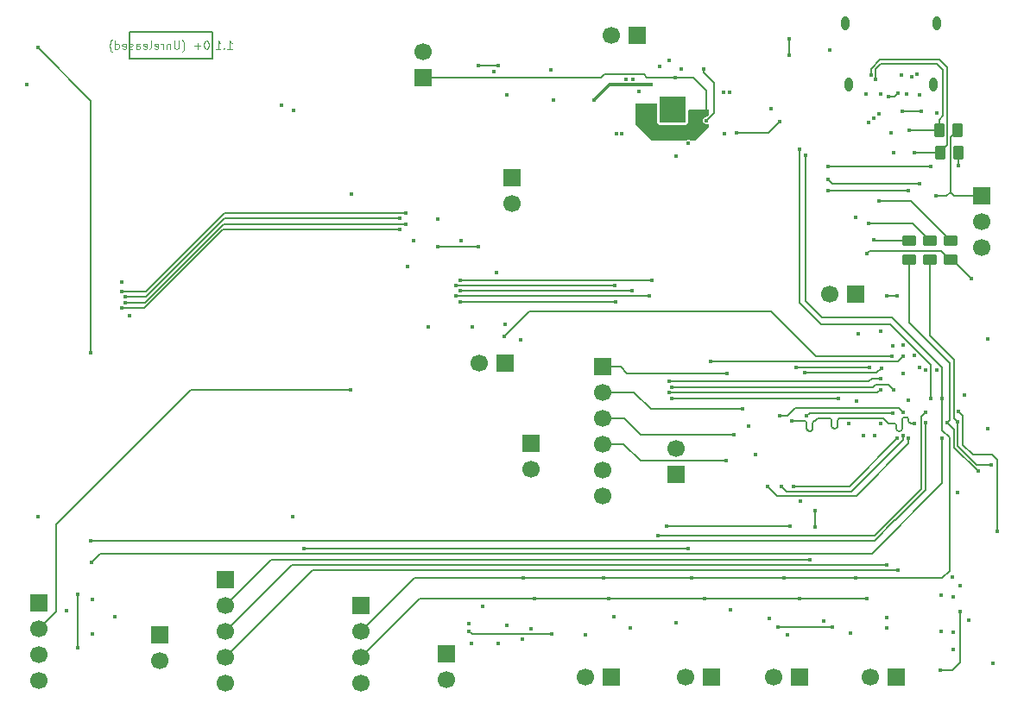
<source format=gbr>
%TF.GenerationSoftware,KiCad,Pcbnew,9.0.1+1*%
%TF.CreationDate,2025-10-16T10:45:27+00:00*%
%TF.ProjectId,ZSWatch-Watch-DevKit,5a535761-7463-4682-9d57-617463682d44,1.1.0+ (Unreleased)*%
%TF.SameCoordinates,Original*%
%TF.FileFunction,Copper,L4,Bot*%
%TF.FilePolarity,Positive*%
%FSLAX46Y46*%
G04 Gerber Fmt 4.6, Leading zero omitted, Abs format (unit mm)*
G04 Created by KiCad (PCBNEW 9.0.1+1) date 2025-10-16 10:45:27*
%MOMM*%
%LPD*%
G01*
G04 APERTURE LIST*
G04 Aperture macros list*
%AMRoundRect*
0 Rectangle with rounded corners*
0 $1 Rounding radius*
0 $2 $3 $4 $5 $6 $7 $8 $9 X,Y pos of 4 corners*
0 Add a 4 corners polygon primitive as box body*
4,1,4,$2,$3,$4,$5,$6,$7,$8,$9,$2,$3,0*
0 Add four circle primitives for the rounded corners*
1,1,$1+$1,$2,$3*
1,1,$1+$1,$4,$5*
1,1,$1+$1,$6,$7*
1,1,$1+$1,$8,$9*
0 Add four rect primitives between the rounded corners*
20,1,$1+$1,$2,$3,$4,$5,0*
20,1,$1+$1,$4,$5,$6,$7,0*
20,1,$1+$1,$6,$7,$8,$9,0*
20,1,$1+$1,$8,$9,$2,$3,0*%
G04 Aperture macros list end*
%TA.AperFunction,NonConductor*%
%ADD10C,0.200000*%
%TD*%
%ADD11C,0.120000*%
%TA.AperFunction,NonConductor*%
%ADD12C,0.120000*%
%TD*%
%TA.AperFunction,ComponentPad*%
%ADD13R,1.700000X1.700000*%
%TD*%
%TA.AperFunction,ComponentPad*%
%ADD14C,1.700000*%
%TD*%
%TA.AperFunction,ComponentPad*%
%ADD15C,0.500000*%
%TD*%
%TA.AperFunction,SMDPad,CuDef*%
%ADD16R,2.500000X2.500000*%
%TD*%
%TA.AperFunction,HeatsinkPad*%
%ADD17O,0.800000X1.400000*%
%TD*%
%TA.AperFunction,SMDPad,CuDef*%
%ADD18RoundRect,0.250000X0.450000X-0.262500X0.450000X0.262500X-0.450000X0.262500X-0.450000X-0.262500X0*%
%TD*%
%TA.AperFunction,SMDPad,CuDef*%
%ADD19RoundRect,0.250000X0.262500X0.450000X-0.262500X0.450000X-0.262500X-0.450000X0.262500X-0.450000X0*%
%TD*%
%TA.AperFunction,ViaPad*%
%ADD20C,0.450000*%
%TD*%
%TA.AperFunction,Conductor*%
%ADD21C,0.200000*%
%TD*%
%TA.AperFunction,Conductor*%
%ADD22C,0.170000*%
%TD*%
%TA.AperFunction,Conductor*%
%ADD23C,0.127000*%
%TD*%
%TA.AperFunction,Conductor*%
%ADD24C,0.300000*%
%TD*%
G04 APERTURE END LIST*
D10*
X172100000Y-116200000D02*
X180200000Y-116200000D01*
X180200000Y-118800000D01*
X172100000Y-118800000D01*
X172100000Y-116200000D01*
D11*
D12*
X181711904Y-117863855D02*
X182169047Y-117863855D01*
X181940475Y-117863855D02*
X181940475Y-117063855D01*
X181940475Y-117063855D02*
X182016666Y-117178140D01*
X182016666Y-117178140D02*
X182092856Y-117254331D01*
X182092856Y-117254331D02*
X182169047Y-117292426D01*
X181369046Y-117787664D02*
X181330951Y-117825760D01*
X181330951Y-117825760D02*
X181369046Y-117863855D01*
X181369046Y-117863855D02*
X181407142Y-117825760D01*
X181407142Y-117825760D02*
X181369046Y-117787664D01*
X181369046Y-117787664D02*
X181369046Y-117863855D01*
X180569047Y-117863855D02*
X181026190Y-117863855D01*
X180797618Y-117863855D02*
X180797618Y-117063855D01*
X180797618Y-117063855D02*
X180873809Y-117178140D01*
X180873809Y-117178140D02*
X180949999Y-117254331D01*
X180949999Y-117254331D02*
X181026190Y-117292426D01*
X180226189Y-117787664D02*
X180188094Y-117825760D01*
X180188094Y-117825760D02*
X180226189Y-117863855D01*
X180226189Y-117863855D02*
X180264285Y-117825760D01*
X180264285Y-117825760D02*
X180226189Y-117787664D01*
X180226189Y-117787664D02*
X180226189Y-117863855D01*
X179692856Y-117063855D02*
X179616666Y-117063855D01*
X179616666Y-117063855D02*
X179540475Y-117101950D01*
X179540475Y-117101950D02*
X179502380Y-117140045D01*
X179502380Y-117140045D02*
X179464285Y-117216236D01*
X179464285Y-117216236D02*
X179426190Y-117368617D01*
X179426190Y-117368617D02*
X179426190Y-117559093D01*
X179426190Y-117559093D02*
X179464285Y-117711474D01*
X179464285Y-117711474D02*
X179502380Y-117787664D01*
X179502380Y-117787664D02*
X179540475Y-117825760D01*
X179540475Y-117825760D02*
X179616666Y-117863855D01*
X179616666Y-117863855D02*
X179692856Y-117863855D01*
X179692856Y-117863855D02*
X179769047Y-117825760D01*
X179769047Y-117825760D02*
X179807142Y-117787664D01*
X179807142Y-117787664D02*
X179845237Y-117711474D01*
X179845237Y-117711474D02*
X179883333Y-117559093D01*
X179883333Y-117559093D02*
X179883333Y-117368617D01*
X179883333Y-117368617D02*
X179845237Y-117216236D01*
X179845237Y-117216236D02*
X179807142Y-117140045D01*
X179807142Y-117140045D02*
X179769047Y-117101950D01*
X179769047Y-117101950D02*
X179692856Y-117063855D01*
X179083332Y-117559093D02*
X178473809Y-117559093D01*
X178778570Y-117863855D02*
X178778570Y-117254331D01*
X177254761Y-118168617D02*
X177292856Y-118130521D01*
X177292856Y-118130521D02*
X177369047Y-118016236D01*
X177369047Y-118016236D02*
X177407142Y-117940045D01*
X177407142Y-117940045D02*
X177445237Y-117825760D01*
X177445237Y-117825760D02*
X177483332Y-117635283D01*
X177483332Y-117635283D02*
X177483332Y-117482902D01*
X177483332Y-117482902D02*
X177445237Y-117292426D01*
X177445237Y-117292426D02*
X177407142Y-117178140D01*
X177407142Y-117178140D02*
X177369047Y-117101950D01*
X177369047Y-117101950D02*
X177292856Y-116987664D01*
X177292856Y-116987664D02*
X177254761Y-116949569D01*
X176949999Y-117063855D02*
X176949999Y-117711474D01*
X176949999Y-117711474D02*
X176911904Y-117787664D01*
X176911904Y-117787664D02*
X176873809Y-117825760D01*
X176873809Y-117825760D02*
X176797618Y-117863855D01*
X176797618Y-117863855D02*
X176645237Y-117863855D01*
X176645237Y-117863855D02*
X176569047Y-117825760D01*
X176569047Y-117825760D02*
X176530952Y-117787664D01*
X176530952Y-117787664D02*
X176492856Y-117711474D01*
X176492856Y-117711474D02*
X176492856Y-117063855D01*
X176111904Y-117330521D02*
X176111904Y-117863855D01*
X176111904Y-117406712D02*
X176073809Y-117368617D01*
X176073809Y-117368617D02*
X175997619Y-117330521D01*
X175997619Y-117330521D02*
X175883333Y-117330521D01*
X175883333Y-117330521D02*
X175807142Y-117368617D01*
X175807142Y-117368617D02*
X175769047Y-117444807D01*
X175769047Y-117444807D02*
X175769047Y-117863855D01*
X175388094Y-117863855D02*
X175388094Y-117330521D01*
X175388094Y-117482902D02*
X175349999Y-117406712D01*
X175349999Y-117406712D02*
X175311904Y-117368617D01*
X175311904Y-117368617D02*
X175235713Y-117330521D01*
X175235713Y-117330521D02*
X175159523Y-117330521D01*
X174588094Y-117825760D02*
X174664285Y-117863855D01*
X174664285Y-117863855D02*
X174816666Y-117863855D01*
X174816666Y-117863855D02*
X174892856Y-117825760D01*
X174892856Y-117825760D02*
X174930952Y-117749569D01*
X174930952Y-117749569D02*
X174930952Y-117444807D01*
X174930952Y-117444807D02*
X174892856Y-117368617D01*
X174892856Y-117368617D02*
X174816666Y-117330521D01*
X174816666Y-117330521D02*
X174664285Y-117330521D01*
X174664285Y-117330521D02*
X174588094Y-117368617D01*
X174588094Y-117368617D02*
X174549999Y-117444807D01*
X174549999Y-117444807D02*
X174549999Y-117520998D01*
X174549999Y-117520998D02*
X174930952Y-117597188D01*
X174092857Y-117863855D02*
X174169047Y-117825760D01*
X174169047Y-117825760D02*
X174207142Y-117749569D01*
X174207142Y-117749569D02*
X174207142Y-117063855D01*
X173483332Y-117825760D02*
X173559523Y-117863855D01*
X173559523Y-117863855D02*
X173711904Y-117863855D01*
X173711904Y-117863855D02*
X173788094Y-117825760D01*
X173788094Y-117825760D02*
X173826190Y-117749569D01*
X173826190Y-117749569D02*
X173826190Y-117444807D01*
X173826190Y-117444807D02*
X173788094Y-117368617D01*
X173788094Y-117368617D02*
X173711904Y-117330521D01*
X173711904Y-117330521D02*
X173559523Y-117330521D01*
X173559523Y-117330521D02*
X173483332Y-117368617D01*
X173483332Y-117368617D02*
X173445237Y-117444807D01*
X173445237Y-117444807D02*
X173445237Y-117520998D01*
X173445237Y-117520998D02*
X173826190Y-117597188D01*
X172759523Y-117863855D02*
X172759523Y-117444807D01*
X172759523Y-117444807D02*
X172797618Y-117368617D01*
X172797618Y-117368617D02*
X172873809Y-117330521D01*
X172873809Y-117330521D02*
X173026190Y-117330521D01*
X173026190Y-117330521D02*
X173102380Y-117368617D01*
X172759523Y-117825760D02*
X172835714Y-117863855D01*
X172835714Y-117863855D02*
X173026190Y-117863855D01*
X173026190Y-117863855D02*
X173102380Y-117825760D01*
X173102380Y-117825760D02*
X173140476Y-117749569D01*
X173140476Y-117749569D02*
X173140476Y-117673379D01*
X173140476Y-117673379D02*
X173102380Y-117597188D01*
X173102380Y-117597188D02*
X173026190Y-117559093D01*
X173026190Y-117559093D02*
X172835714Y-117559093D01*
X172835714Y-117559093D02*
X172759523Y-117520998D01*
X172416666Y-117825760D02*
X172340475Y-117863855D01*
X172340475Y-117863855D02*
X172188094Y-117863855D01*
X172188094Y-117863855D02*
X172111904Y-117825760D01*
X172111904Y-117825760D02*
X172073808Y-117749569D01*
X172073808Y-117749569D02*
X172073808Y-117711474D01*
X172073808Y-117711474D02*
X172111904Y-117635283D01*
X172111904Y-117635283D02*
X172188094Y-117597188D01*
X172188094Y-117597188D02*
X172302380Y-117597188D01*
X172302380Y-117597188D02*
X172378570Y-117559093D01*
X172378570Y-117559093D02*
X172416666Y-117482902D01*
X172416666Y-117482902D02*
X172416666Y-117444807D01*
X172416666Y-117444807D02*
X172378570Y-117368617D01*
X172378570Y-117368617D02*
X172302380Y-117330521D01*
X172302380Y-117330521D02*
X172188094Y-117330521D01*
X172188094Y-117330521D02*
X172111904Y-117368617D01*
X171426189Y-117825760D02*
X171502380Y-117863855D01*
X171502380Y-117863855D02*
X171654761Y-117863855D01*
X171654761Y-117863855D02*
X171730951Y-117825760D01*
X171730951Y-117825760D02*
X171769047Y-117749569D01*
X171769047Y-117749569D02*
X171769047Y-117444807D01*
X171769047Y-117444807D02*
X171730951Y-117368617D01*
X171730951Y-117368617D02*
X171654761Y-117330521D01*
X171654761Y-117330521D02*
X171502380Y-117330521D01*
X171502380Y-117330521D02*
X171426189Y-117368617D01*
X171426189Y-117368617D02*
X171388094Y-117444807D01*
X171388094Y-117444807D02*
X171388094Y-117520998D01*
X171388094Y-117520998D02*
X171769047Y-117597188D01*
X170702380Y-117863855D02*
X170702380Y-117063855D01*
X170702380Y-117825760D02*
X170778571Y-117863855D01*
X170778571Y-117863855D02*
X170930952Y-117863855D01*
X170930952Y-117863855D02*
X171007142Y-117825760D01*
X171007142Y-117825760D02*
X171045237Y-117787664D01*
X171045237Y-117787664D02*
X171083333Y-117711474D01*
X171083333Y-117711474D02*
X171083333Y-117482902D01*
X171083333Y-117482902D02*
X171045237Y-117406712D01*
X171045237Y-117406712D02*
X171007142Y-117368617D01*
X171007142Y-117368617D02*
X170930952Y-117330521D01*
X170930952Y-117330521D02*
X170778571Y-117330521D01*
X170778571Y-117330521D02*
X170702380Y-117368617D01*
X170397618Y-118168617D02*
X170359523Y-118130521D01*
X170359523Y-118130521D02*
X170283332Y-118016236D01*
X170283332Y-118016236D02*
X170245237Y-117940045D01*
X170245237Y-117940045D02*
X170207142Y-117825760D01*
X170207142Y-117825760D02*
X170169046Y-117635283D01*
X170169046Y-117635283D02*
X170169046Y-117482902D01*
X170169046Y-117482902D02*
X170207142Y-117292426D01*
X170207142Y-117292426D02*
X170245237Y-117178140D01*
X170245237Y-117178140D02*
X170283332Y-117101950D01*
X170283332Y-117101950D02*
X170359523Y-116987664D01*
X170359523Y-116987664D02*
X170397618Y-116949569D01*
D13*
%TO.P,X508,1,Pin_1*%
%TO.N,/Project Architecture/Power Management/VSYS*%
X200900000Y-120700000D03*
D14*
%TO.P,X508,2,Pin_2*%
%TO.N,Net-(IC505-VDD)*%
X200900000Y-118160000D03*
%TD*%
D15*
%TO.P,IC401,33,GND*%
%TO.N,GND*%
X224387790Y-122830400D03*
X224387790Y-123830400D03*
X224387790Y-124830400D03*
X225387790Y-122830400D03*
X225387790Y-123830400D03*
D16*
X225387790Y-123830400D03*
D15*
X225387790Y-124830400D03*
X226387790Y-122830400D03*
X226387790Y-123830400D03*
X226387790Y-124830400D03*
%TD*%
D13*
%TO.P,X503,1,Pin_1*%
%TO.N,/Project Architecture/Peripherals/VMIC*%
X175100000Y-175400000D03*
D14*
%TO.P,X503,2,Pin_2*%
%TO.N,Net-(MK501-VDD)*%
X175100000Y-177940000D03*
%TD*%
D13*
%TO.P,X610,1,Pin_1*%
%TO.N,+3V0*%
X211500000Y-156600000D03*
D14*
%TO.P,X610,2,Pin_2*%
%TO.N,Net-(X608-LEDA1)*%
X211500000Y-159140000D03*
%TD*%
D13*
%TO.P,X403,1,Pin_1*%
%TO.N,+1V8*%
X163200000Y-172220000D03*
D14*
%TO.P,X403,2,Pin_2*%
%TO.N,+3V0*%
X163200000Y-174760000D03*
%TO.P,X403,3,Pin_3*%
%TO.N,/Project Architecture/Power Management/VSYS*%
X163200000Y-177300000D03*
%TO.P,X403,4,Pin_4*%
%TO.N,GND*%
X163200000Y-179840000D03*
%TD*%
D13*
%TO.P,X504,1,Pin_1*%
%TO.N,+1V8*%
X194800000Y-172490000D03*
D14*
%TO.P,X504,2,Pin_2*%
%TO.N,/Project Architecture/MCU/SDA*%
X194800000Y-175030000D03*
%TO.P,X504,3,Pin_3*%
%TO.N,/Project Architecture/MCU/SCL*%
X194800000Y-177570000D03*
%TO.P,X504,4,Pin_4*%
%TO.N,GND*%
X194800000Y-180110000D03*
%TD*%
D13*
%TO.P,X606,1,Pin_1*%
%TO.N,+1V8*%
X225700000Y-159640000D03*
D14*
%TO.P,X606,2,Pin_2*%
%TO.N,Net-(IC603-VCC)*%
X225700000Y-157100000D03*
%TD*%
D13*
%TO.P,X401,1,Pin_1*%
%TO.N,/Project Architecture/Peripherals/VBAT*%
X221865000Y-116500000D03*
D14*
%TO.P,X401,2,Pin_2*%
%TO.N,GND*%
X219325000Y-116500000D03*
%TD*%
D13*
%TO.P,X501,1,Pin_1*%
%TO.N,+1V8*%
X229200000Y-179500000D03*
D14*
%TO.P,X501,2,Pin_2*%
%TO.N,Net-(IC501-VDD)*%
X226660000Y-179500000D03*
%TD*%
D13*
%TO.P,X502,1,Pin_1*%
%TO.N,+1V8*%
X181500000Y-169980000D03*
D14*
%TO.P,X502,2,Pin_2*%
%TO.N,/Project Architecture/MCU/MCLK*%
X181500000Y-172520000D03*
%TO.P,X502,3,Pin_3*%
%TO.N,/Project Architecture/MCU/WS*%
X181500000Y-175060000D03*
%TO.P,X502,4,Pin_4*%
%TO.N,/Project Architecture/MCU/Data*%
X181500000Y-177600000D03*
%TO.P,X502,5,Pin_5*%
%TO.N,GND*%
X181500000Y-180140000D03*
%TD*%
D13*
%TO.P,X506,1,Pin_1*%
%TO.N,+1V8*%
X237840000Y-179500000D03*
D14*
%TO.P,X506,2,Pin_2*%
%TO.N,Net-(IC503-VDD)*%
X235300000Y-179500000D03*
%TD*%
D13*
%TO.P,X607,1,Pin_1*%
%TO.N,+1V8*%
X209600000Y-130525000D03*
D14*
%TO.P,X607,2,Pin_2*%
%TO.N,Net-(X607-Pin_2)*%
X209600000Y-133065000D03*
%TD*%
D13*
%TO.P,X505,1,Pin_1*%
%TO.N,+1V8*%
X219340000Y-179500000D03*
D14*
%TO.P,X505,2,Pin_2*%
%TO.N,Net-(IC502-VDD)*%
X216800000Y-179500000D03*
%TD*%
D13*
%TO.P,X604,1,Pin_1*%
%TO.N,TxD*%
X255700000Y-132270000D03*
D14*
%TO.P,X604,2,Pin_2*%
%TO.N,RxD*%
X255700000Y-134810000D03*
%TO.P,X604,3,Pin_3*%
%TO.N,GND*%
X255700000Y-137350000D03*
%TD*%
D13*
%TO.P,X507,1,Pin_1*%
%TO.N,+1V8*%
X247300000Y-179500000D03*
D14*
%TO.P,X507,2,Pin_2*%
%TO.N,Net-(IC504-VDD)*%
X244760000Y-179500000D03*
%TD*%
D17*
%TO.P,X603,S1,SHIELD*%
%TO.N,GND*%
X251290000Y-115360000D03*
X250930000Y-121310000D03*
X242670000Y-121310000D03*
X242310000Y-115360000D03*
%TD*%
D13*
%TO.P,X609,1,Pin_1*%
%TO.N,+3V0*%
X208975000Y-148700000D03*
D14*
%TO.P,X609,2,Pin_2*%
%TO.N,Net-(X608-CTP-VDD)*%
X206435000Y-148700000D03*
%TD*%
D13*
%TO.P,X510,1,Pin_1*%
%TO.N,/Project Architecture/Peripherals/VBAT*%
X203200000Y-177260000D03*
D14*
%TO.P,X510,2,Pin_2*%
%TO.N,Net-(IC507-V_{DD})*%
X203200000Y-179800000D03*
%TD*%
D13*
%TO.P,X605,1,Pin_1*%
%TO.N,Net-(M601B-P0.22)*%
X218500000Y-149050000D03*
D14*
%TO.P,X605,2,Pin_2*%
%TO.N,Net-(M601B-P0.05{slash}AIN1)*%
X218500000Y-151590000D03*
%TO.P,X605,3,Pin_3*%
%TO.N,Net-(M601B-P0.04{slash}AIN0)*%
X218500000Y-154130000D03*
%TO.P,X605,4,Pin_4*%
%TO.N,Net-(M601C-P1.14)*%
X218500000Y-156670000D03*
%TO.P,X605,5,Pin_5*%
%TO.N,GND*%
X218500000Y-159210000D03*
%TO.P,X605,6,Pin_6*%
%TO.N,+1V8*%
X218500000Y-161750000D03*
%TD*%
D13*
%TO.P,X602,1,Pin_1*%
%TO.N,+1V8*%
X243300000Y-141900000D03*
D14*
%TO.P,X602,2,Pin_2*%
%TO.N,Net-(M601A-VDDH)*%
X240760000Y-141900000D03*
%TD*%
D18*
%TO.P,R607,1*%
%TO.N,SWDIO*%
X248600000Y-138512500D03*
%TO.P,R607,2*%
%TO.N,Net-(X603-RX1-)*%
X248600000Y-136687500D03*
%TD*%
%TO.P,R611,1*%
%TO.N,RESETn*%
X252600000Y-138512500D03*
%TO.P,R611,2*%
%TO.N,Net-(X603-SBU1)*%
X252600000Y-136687500D03*
%TD*%
%TO.P,R608,1*%
%TO.N,SWDCLK*%
X250600000Y-138512500D03*
%TO.P,R608,2*%
%TO.N,Net-(X603-RX1+)*%
X250600000Y-136687500D03*
%TD*%
D19*
%TO.P,R609,1*%
%TO.N,RxD*%
X253412500Y-128000000D03*
%TO.P,R609,2*%
%TO.N,Net-(X603-TX1+)*%
X251587500Y-128000000D03*
%TD*%
%TO.P,R610,1*%
%TO.N,TxD*%
X253312500Y-125800000D03*
%TO.P,R610,2*%
%TO.N,Net-(X603-TX1-)*%
X251487500Y-125800000D03*
%TD*%
D20*
%TO.N,GND*%
X224100000Y-119600000D03*
X202295000Y-134600000D03*
X219600000Y-173600000D03*
X225700000Y-128380000D03*
X168485000Y-175300000D03*
X165900000Y-173020000D03*
X252900000Y-171625000D03*
X168485000Y-171900000D03*
X230390620Y-122145000D03*
X170700000Y-173575000D03*
X251248404Y-124151596D03*
X232800000Y-154880000D03*
X205600000Y-176220000D03*
X242800000Y-175200000D03*
X163100000Y-163750000D03*
X236620000Y-175400000D03*
X171347500Y-140700000D03*
X252900000Y-176775000D03*
X211467520Y-174774531D03*
X243575000Y-145825000D03*
X240200000Y-173975000D03*
X248000000Y-149700000D03*
X222063600Y-122063400D03*
X244100000Y-155800000D03*
X220387200Y-126138400D03*
X254000003Y-151800000D03*
X249550000Y-122400000D03*
X243275000Y-134400000D03*
X251700000Y-171500000D03*
X246400000Y-173700000D03*
X246800000Y-126100000D03*
X207800000Y-120120000D03*
X172147500Y-144000000D03*
X210500000Y-146400000D03*
X220793600Y-120819400D03*
X231000000Y-172900000D03*
X230990620Y-122145000D03*
X162025000Y-121325000D03*
X253300000Y-161390000D03*
X244300000Y-122300000D03*
X230479410Y-126138400D03*
X209100000Y-122350000D03*
X188100000Y-163750000D03*
X205700000Y-145137500D03*
X240800000Y-118000000D03*
X221180000Y-174680000D03*
X234845000Y-173755000D03*
X226200000Y-119800000D03*
X246400000Y-174700000D03*
X219879410Y-126138400D03*
X199987500Y-136700000D03*
X221428600Y-120819400D03*
X204587500Y-136700000D03*
X208980000Y-144900000D03*
X256300000Y-146350003D03*
X216832500Y-175332500D03*
X256300000Y-155150003D03*
X205355000Y-174265000D03*
X201400000Y-145137500D03*
X252900000Y-175125000D03*
X256800000Y-178200000D03*
X237900000Y-162250000D03*
X225700000Y-174200000D03*
X233500000Y-157650000D03*
X251690000Y-175000000D03*
X187025000Y-123400000D03*
%TO.N,/Project Architecture/Peripherals/VBAT*%
X209100000Y-174400000D03*
X228400000Y-119800000D03*
X210600000Y-175800000D03*
X208300000Y-176200000D03*
X206700000Y-172600000D03*
X228677316Y-124869129D03*
%TO.N,DISPLAY-BLK*%
X208812500Y-146087500D03*
X246881356Y-148023305D03*
%TO.N,QSPI-CS*%
X248500002Y-156100000D03*
X234700000Y-160800000D03*
%TO.N,QSPI-IO1*%
X247974002Y-155800000D03*
X236000000Y-160800000D03*
%TO.N,QSPI-IO2*%
X247400000Y-156100000D03*
X237200000Y-160800000D03*
%TO.N,QSPI-IO0*%
X238500000Y-153900000D03*
X246913051Y-153593475D03*
%TO.N,QSPI-CLK*%
X249044952Y-154600003D03*
X237081000Y-154351000D03*
%TO.N,QSPI-IO3*%
X247944949Y-153499999D03*
X235860000Y-153900000D03*
%TO.N,TOUCH-INT*%
X225000000Y-151600000D03*
X245750000Y-151294951D03*
%TO.N,TOUCH-SCL*%
X225300000Y-151100000D03*
X247000000Y-151325003D03*
%TO.N,TOUCH-SDA*%
X245744949Y-150200001D03*
X225000000Y-150500000D03*
%TO.N,TOUCH-RST*%
X229100000Y-148500000D03*
X247944951Y-148000000D03*
%TO.N,DISPLAY-EN*%
X202295000Y-137300000D03*
X241600000Y-152200000D03*
X225300000Y-152200000D03*
X206300000Y-137300000D03*
%TO.N,RESETn*%
X244400000Y-137950000D03*
X253418644Y-153476695D03*
X254700000Y-140400000D03*
X257200000Y-165200000D03*
%TO.N,DISPLAY-CS*%
X204100000Y-141100000D03*
X219700000Y-141100000D03*
X243400000Y-152400000D03*
%TO.N,DISPLAY-CLK*%
X221400000Y-141600000D03*
X245200000Y-155800000D03*
X204500000Y-141600000D03*
%TO.N,+3V0*%
X224800000Y-164700000D03*
X208100000Y-139800000D03*
X236900000Y-164700000D03*
X199362500Y-139200000D03*
X254400000Y-173900000D03*
X213400000Y-119900000D03*
X193800000Y-151300000D03*
X213700000Y-122900000D03*
%TO.N,/Project Architecture/Power Management/VSYS*%
X228679410Y-124076400D03*
X225637790Y-120662210D03*
X222079410Y-123580400D03*
X231646620Y-126100000D03*
X235900000Y-125000000D03*
X252769644Y-169700000D03*
%TO.N,DISPLAY-DC*%
X219800000Y-142700000D03*
X242600000Y-154600000D03*
X204500000Y-142700000D03*
%TO.N,DISPLAY-RST*%
X223300000Y-140600000D03*
X204500000Y-140600000D03*
%TO.N,DISPLAY-DATA*%
X204100000Y-142100000D03*
X245744950Y-154600001D03*
X223100000Y-142100000D03*
%TO.N,/Project Architecture/MCU/PMIC-INT*%
X250700000Y-129400000D03*
X240600000Y-129400000D03*
%TO.N,/Project Architecture/MCU/USB-CC1*%
X236800000Y-116900000D03*
X236800000Y-118500000D03*
%TO.N,/Project Architecture/MCU/SW2*%
X226900000Y-166900000D03*
X189200000Y-166900000D03*
X226900000Y-127100000D03*
%TO.N,/Project Architecture/MCU/SDA*%
X236312500Y-169800000D03*
X251800000Y-152200000D03*
X243300000Y-169800000D03*
X227200000Y-169800000D03*
X238400000Y-128300000D03*
X218600000Y-169800000D03*
X210725000Y-169800000D03*
%TO.N,/Project Architecture/MCU/SCL*%
X244400000Y-171800000D03*
X211800000Y-171800000D03*
X237812500Y-171800000D03*
X250700000Y-152200000D03*
X228500000Y-171800000D03*
X219100000Y-171800000D03*
X237800000Y-127700000D03*
%TO.N,/Project Architecture/MCU/~{RTC-INT}*%
X205420000Y-175000000D03*
X213500000Y-175300000D03*
%TO.N,SWDCLK*%
X256600000Y-158700000D03*
X253325000Y-154475000D03*
%TO.N,SWDIO*%
X252318644Y-154576695D03*
X255300000Y-159300000D03*
%TO.N,/Project Architecture/MCU/BMI270-INT*%
X239300000Y-163200000D03*
X239300000Y-164800000D03*
%TO.N,/Project Architecture/MCU/LIS2MDL-INT*%
X248500000Y-152300000D03*
X235700000Y-174600000D03*
X241000000Y-174600000D03*
%TO.N,/Project Architecture/MCU/VIB-PWM*%
X240600000Y-130700000D03*
X249600000Y-131100000D03*
%TO.N,USB-D-*%
X247400000Y-142100000D03*
X246400000Y-142100000D03*
%TO.N,/Project Architecture/MCU/VIB-EN*%
X240600000Y-131800000D03*
X248500000Y-131800000D03*
%TO.N,TxD*%
X251226000Y-132300000D03*
%TO.N,/Project Architecture/MCU/D-*%
X247500000Y-122200000D03*
X246550000Y-122565184D03*
%TO.N,/Project Architecture/MCU/USB-VBUS-In*%
X251650000Y-178800000D03*
X248300000Y-122300000D03*
X235000000Y-123749000D03*
X253550000Y-173100000D03*
X253550000Y-170500000D03*
X245800000Y-122300000D03*
X247073544Y-128069451D03*
%TO.N,RxD*%
X253412500Y-129300000D03*
%TO.N,/Project Architecture/MCU/SW1*%
X188200000Y-123900000D03*
X223900000Y-165600000D03*
X250150000Y-153505049D03*
%TO.N,/Project Architecture/MCU/Data*%
X247500000Y-169000000D03*
X251300000Y-149400000D03*
%TO.N,/Project Architecture/MCU/SW4*%
X168300000Y-166100000D03*
X250181356Y-154576695D03*
X168300000Y-147700000D03*
X163100000Y-117750000D03*
%TO.N,/Project Architecture/MCU/SW3*%
X251800000Y-156100000D03*
X168400000Y-168250000D03*
%TO.N,/Project Architecture/MCU/MIC-CLK*%
X238300000Y-149650000D03*
X245813051Y-149193475D03*
%TO.N,/Project Architecture/MCU/WS*%
X246400000Y-168500000D03*
X250200000Y-149400000D03*
%TO.N,/Project Architecture/MCU/MIC-DATA*%
X244644950Y-149100001D03*
X167000000Y-176600000D03*
X167000000Y-171400000D03*
X237500000Y-149100000D03*
%TO.N,/Project Architecture/MCU/MCLK*%
X238800000Y-168000000D03*
X249600000Y-149100000D03*
%TO.N,Net-(IC604-B1)*%
X171347500Y-143300000D03*
X198587500Y-135600000D03*
%TO.N,Net-(IC604-B3)*%
X171647500Y-142200000D03*
X198587500Y-134500000D03*
%TO.N,Net-(IC604-B2)*%
X171647500Y-142800000D03*
X199187500Y-135100000D03*
%TO.N,Net-(IC604-B4)*%
X171347500Y-141700000D03*
X199187500Y-134000000D03*
%TO.N,Net-(M601C-P1.14)*%
X249081356Y-147976695D03*
X230600000Y-158300000D03*
%TO.N,Net-(M601B-P0.05{slash}AIN1)*%
X247944950Y-146900001D03*
X232200000Y-153220000D03*
%TO.N,Net-(M601B-P0.04{slash}AIN0)*%
X246913051Y-146993475D03*
X231400000Y-155760000D03*
%TO.N,Net-(M601B-P0.22)*%
X245774000Y-145600000D03*
X230700000Y-149700000D03*
%TO.N,Net-(X603-CC1)*%
X247893537Y-124000000D03*
X249779998Y-124000000D03*
%TO.N,Net-(X603-RX1-)*%
X245050000Y-124650000D03*
X248800000Y-120600000D03*
X245050000Y-136575000D03*
%TO.N,Net-(X603-RX1+)*%
X249300000Y-120300000D03*
X244550000Y-135000000D03*
X244550000Y-125100000D03*
%TO.N,Net-(X603-TX1+)*%
X249050000Y-128000000D03*
X244800000Y-120400000D03*
%TO.N,Net-(X603-TX1-)*%
X248550000Y-125800000D03*
X245300000Y-120800000D03*
%TO.N,Net-(X603-SBU1)*%
X245600000Y-132800000D03*
X247800000Y-120400000D03*
X245600000Y-124200000D03*
%TO.N,Net-(X608-CTP-VDD)*%
X193900000Y-132100000D03*
%TO.N,Net-(IC505-VDD)*%
X206275000Y-119500000D03*
X208280000Y-119500000D03*
%TO.N,Net-(IC401-VOUT2)*%
X223206600Y-121380400D03*
X217697000Y-122900000D03*
%TO.N,/Project Architecture/Peripherals/VMIC*%
X225060000Y-119000000D03*
%TD*%
D21*
%TO.N,/Project Architecture/Peripherals/VBAT*%
X228400000Y-120200000D02*
X229400000Y-121200000D01*
X229400000Y-124146445D02*
X228677316Y-124869129D01*
X228400000Y-119800000D02*
X228400000Y-120200000D01*
X229400000Y-121200000D02*
X229400000Y-124146445D01*
%TO.N,DISPLAY-BLK*%
X208812500Y-146087500D02*
X211300000Y-143600000D01*
X235000000Y-143600000D02*
X239423305Y-148023305D01*
X211300000Y-143600000D02*
X235000000Y-143600000D01*
X239423305Y-148023305D02*
X246881356Y-148023305D01*
%TO.N,QSPI-CS*%
X248500002Y-156599998D02*
X243400000Y-161700000D01*
X248500002Y-156100000D02*
X248500002Y-156599998D01*
X243400000Y-161700000D02*
X235600000Y-161700000D01*
X235600000Y-161700000D02*
X234700000Y-160800000D01*
%TO.N,QSPI-IO1*%
X247974002Y-156225998D02*
X242900000Y-161300000D01*
X242900000Y-161300000D02*
X236500000Y-161300000D01*
X236500000Y-161300000D02*
X236000000Y-160800000D01*
X247974002Y-155800000D02*
X247974002Y-156225998D01*
%TO.N,QSPI-IO2*%
X242700000Y-160800000D02*
X237200000Y-160800000D01*
X247400000Y-156100000D02*
X242700000Y-160800000D01*
%TO.N,QSPI-IO0*%
X238500000Y-153900000D02*
X238800000Y-153600000D01*
X238800000Y-153600000D02*
X246906526Y-153600000D01*
X246906526Y-153600000D02*
X246913051Y-153593475D01*
%TO.N,QSPI-CLK*%
X247295990Y-154840003D02*
X247295990Y-155118565D01*
X247895990Y-154360003D02*
X247895990Y-154231437D01*
X240600170Y-154100000D02*
X239600000Y-154100000D01*
X247895990Y-154840003D02*
X247895990Y-154360003D01*
X238269000Y-154351000D02*
X238149000Y-154351000D01*
X247895990Y-155118565D02*
X247895990Y-154840003D01*
X239109000Y-154591000D02*
X239109000Y-155111000D01*
X242450170Y-154100000D02*
X241800170Y-154100000D01*
X248855990Y-154600003D02*
X249044952Y-154600003D01*
X241320170Y-155100000D02*
X241200170Y-155100000D01*
X240960170Y-154860000D02*
X240960170Y-154340000D01*
X248735990Y-154600003D02*
X248855990Y-154600003D01*
X241560170Y-154340000D02*
X241560170Y-154860000D01*
X247535990Y-155358565D02*
X247655990Y-155358565D01*
X243100170Y-154100000D02*
X242450170Y-154100000D01*
X238149000Y-154351000D02*
X237084953Y-154351000D01*
X248495990Y-154231437D02*
X248495990Y-154360003D01*
X248135990Y-153991437D02*
X248255990Y-153991437D01*
X246500003Y-154600003D02*
X247055990Y-154600003D01*
X239600000Y-154100000D02*
X239349000Y-154351000D01*
X238869000Y-155351000D02*
X238749000Y-155351000D01*
X240720170Y-154100000D02*
X240600170Y-154100000D01*
X238509000Y-155111000D02*
X238509000Y-154591000D01*
X246000000Y-154100000D02*
X246500003Y-154600003D01*
X243100170Y-154100000D02*
X246000000Y-154100000D01*
X237084953Y-154351000D02*
X237081000Y-154351000D01*
X239349000Y-154351000D02*
G75*
G03*
X239109000Y-154591000I0J-240000D01*
G01*
X241800170Y-154100000D02*
G75*
G03*
X241560200Y-154340000I30J-240000D01*
G01*
X241560170Y-154860000D02*
G75*
G02*
X241320170Y-155099970I-239970J0D01*
G01*
X247055990Y-154600003D02*
G75*
G02*
X247295997Y-154840003I10J-239997D01*
G01*
X247295990Y-155118565D02*
G75*
G03*
X247535990Y-155358610I240010J-35D01*
G01*
X239109000Y-155111000D02*
G75*
G02*
X238869000Y-155351000I-240000J0D01*
G01*
X238749000Y-155351000D02*
G75*
G02*
X238509000Y-155111000I0J240000D01*
G01*
X240960170Y-154340000D02*
G75*
G03*
X240720170Y-154100030I-239970J0D01*
G01*
X238509000Y-154591000D02*
G75*
G03*
X238269000Y-154351000I-240000J0D01*
G01*
X247655990Y-155358565D02*
G75*
G03*
X247895965Y-155118565I10J239965D01*
G01*
X241200170Y-155100000D02*
G75*
G02*
X240960200Y-154860000I30J240000D01*
G01*
X247895990Y-154231437D02*
G75*
G02*
X248135990Y-153991390I240010J37D01*
G01*
X248495990Y-154360003D02*
G75*
G03*
X248735990Y-154600010I240010J3D01*
G01*
X248255990Y-153991437D02*
G75*
G02*
X248495963Y-154231437I10J-239963D01*
G01*
%TO.N,QSPI-IO3*%
X236600000Y-153900000D02*
X237400000Y-153100000D01*
X247544950Y-153100000D02*
X247944949Y-153499999D01*
X237400000Y-153100000D02*
X247544950Y-153100000D01*
X235860000Y-153900000D02*
X236600000Y-153900000D01*
%TO.N,TOUCH-INT*%
X225000000Y-151600000D02*
X245444951Y-151600000D01*
X245444951Y-151600000D02*
X245750000Y-151294951D01*
%TO.N,TOUCH-SCL*%
X225300000Y-151100000D02*
X245026000Y-151100000D01*
X245026000Y-151100000D02*
X245300000Y-150826000D01*
X245300000Y-150826000D02*
X246500997Y-150826000D01*
X246500997Y-150826000D02*
X247000000Y-151325003D01*
%TO.N,TOUCH-SDA*%
X244600000Y-150500000D02*
X225000000Y-150500000D01*
X245744949Y-150200001D02*
X244899999Y-150200001D01*
X244899999Y-150200001D02*
X244600000Y-150500000D01*
%TO.N,TOUCH-RST*%
X247444951Y-148500000D02*
X247944951Y-148000000D01*
X229100000Y-148500000D02*
X247444951Y-148500000D01*
%TO.N,DISPLAY-EN*%
X206300000Y-137300000D02*
X202295000Y-137300000D01*
X225300000Y-152200000D02*
X241600000Y-152200000D01*
%TO.N,RESETn*%
X253800000Y-153858051D02*
X253418644Y-153476695D01*
X256700000Y-157700000D02*
X254800000Y-157700000D01*
X254700000Y-140400000D02*
X252812500Y-138512500D01*
X253800000Y-156700000D02*
X253800000Y-153858051D01*
X254800000Y-157700000D02*
X253800000Y-156700000D01*
X257200000Y-165200000D02*
X257200000Y-158200000D01*
X244400000Y-137950000D02*
X244700000Y-137650000D01*
X251737500Y-137650000D02*
X252600000Y-138512500D01*
X257200000Y-158200000D02*
X256700000Y-157700000D01*
X244700000Y-137650000D02*
X251737500Y-137650000D01*
%TO.N,DISPLAY-CS*%
X219700000Y-141100000D02*
X204100000Y-141100000D01*
%TO.N,DISPLAY-CLK*%
X204500000Y-141600000D02*
X221400000Y-141600000D01*
%TO.N,+3V0*%
X178100000Y-151300000D02*
X164900000Y-164500000D01*
X164900000Y-173060000D02*
X163200000Y-174760000D01*
X193800000Y-151300000D02*
X178100000Y-151300000D01*
X236900000Y-164700000D02*
X224800000Y-164700000D01*
X164900000Y-164500000D02*
X164900000Y-173060000D01*
%TO.N,/Project Architecture/Power Management/VSYS*%
X227362210Y-120662210D02*
X228679410Y-121979410D01*
X222862210Y-120662210D02*
X222568400Y-120368400D01*
X222568400Y-120368400D02*
X218700000Y-120368400D01*
X231646620Y-126100000D02*
X234800000Y-126100000D01*
X228679410Y-121979410D02*
X228679410Y-124076400D01*
X225637790Y-120662210D02*
X222862210Y-120662210D01*
X234800000Y-126100000D02*
X235900000Y-125000000D01*
X218700000Y-120368400D02*
X218368400Y-120700000D01*
X225637790Y-120662210D02*
X227362210Y-120662210D01*
X218368400Y-120700000D02*
X200900000Y-120700000D01*
%TO.N,DISPLAY-DC*%
X204500000Y-142700000D02*
X219800000Y-142700000D01*
%TO.N,DISPLAY-RST*%
X223300000Y-140600000D02*
X204500000Y-140600000D01*
%TO.N,DISPLAY-DATA*%
X223100000Y-142100000D02*
X204100000Y-142100000D01*
%TO.N,/Project Architecture/MCU/PMIC-INT*%
X250700000Y-129400000D02*
X240600000Y-129400000D01*
%TO.N,/Project Architecture/MCU/USB-CC1*%
X236800000Y-118500000D02*
X236800000Y-116900000D01*
%TO.N,/Project Architecture/MCU/SW2*%
X189200000Y-166900000D02*
X226900000Y-166900000D01*
%TO.N,/Project Architecture/MCU/SDA*%
X246900000Y-144200000D02*
X251800000Y-149100000D01*
X252500000Y-169100000D02*
X251800000Y-169800000D01*
X200030000Y-169800000D02*
X194800000Y-175030000D01*
X238400000Y-128300000D02*
X238400000Y-142600000D01*
X227200000Y-169800000D02*
X236312500Y-169800000D01*
X251800000Y-155300000D02*
X252500000Y-156000000D01*
X251800000Y-149100000D02*
X251800000Y-152200000D01*
X251800000Y-152200000D02*
X251800000Y-155300000D01*
X218600000Y-169800000D02*
X200030000Y-169800000D01*
X227200000Y-169800000D02*
X218600000Y-169800000D01*
X238400000Y-142600000D02*
X240000000Y-144200000D01*
X243300000Y-169800000D02*
X236312500Y-169800000D01*
X240000000Y-144200000D02*
X246900000Y-144200000D01*
X252500000Y-156000000D02*
X252500000Y-169100000D01*
X251800000Y-169800000D02*
X243300000Y-169800000D01*
%TO.N,/Project Architecture/MCU/SCL*%
X250700000Y-148900000D02*
X246700000Y-144900000D01*
X211800000Y-171800000D02*
X219100000Y-171800000D01*
X246700000Y-144900000D02*
X239900000Y-144900000D01*
X239900000Y-144900000D02*
X237800000Y-142800000D01*
X244400000Y-171800000D02*
X237812500Y-171800000D01*
X250700000Y-152200000D02*
X250700000Y-148900000D01*
X200570000Y-171800000D02*
X194800000Y-177570000D01*
X211800000Y-171800000D02*
X200570000Y-171800000D01*
X228500000Y-171800000D02*
X237812500Y-171800000D01*
X228500000Y-171800000D02*
X219100000Y-171800000D01*
X237800000Y-142800000D02*
X237800000Y-127700000D01*
%TO.N,/Project Architecture/MCU/~{RTC-INT}*%
X205720000Y-175300000D02*
X213500000Y-175300000D01*
X205420000Y-175000000D02*
X205720000Y-175300000D01*
%TO.N,SWDCLK*%
X255200000Y-158700000D02*
X253325000Y-156825000D01*
X252967644Y-154117644D02*
X253325000Y-154475000D01*
X253325000Y-156825000D02*
X253325000Y-154475000D01*
X256600000Y-158700000D02*
X255200000Y-158700000D01*
X252967644Y-154117644D02*
X252967644Y-152200000D01*
X250600000Y-138512500D02*
X250600000Y-146000000D01*
X252967644Y-148367644D02*
X252967644Y-152200000D01*
X250600000Y-146000000D02*
X252967644Y-148367644D01*
%TO.N,SWDIO*%
X252318644Y-154576695D02*
X252574000Y-154321339D01*
X253000000Y-155258051D02*
X252318644Y-154576695D01*
X253000000Y-157000000D02*
X253000000Y-155258051D01*
X252574000Y-148674000D02*
X248600000Y-144700000D01*
X255300000Y-159300000D02*
X253000000Y-157000000D01*
X252574000Y-154321339D02*
X252574000Y-148674000D01*
X248600000Y-144700000D02*
X248600000Y-138512500D01*
%TO.N,/Project Architecture/MCU/BMI270-INT*%
X239300000Y-163200000D02*
X239300000Y-164800000D01*
%TO.N,/Project Architecture/MCU/LIS2MDL-INT*%
X235700000Y-174600000D02*
X241000000Y-174600000D01*
%TO.N,/Project Architecture/MCU/VIB-PWM*%
X240600000Y-130700000D02*
X241000000Y-131100000D01*
X241000000Y-131100000D02*
X249600000Y-131100000D01*
D22*
%TO.N,USB-D-*%
X247400000Y-142100000D02*
X246400000Y-142100000D01*
D21*
%TO.N,/Project Architecture/MCU/VIB-EN*%
X248500000Y-131800000D02*
X240600000Y-131800000D01*
%TO.N,TxD*%
X252970000Y-132270000D02*
X255700000Y-132270000D01*
X252600000Y-126512500D02*
X252600000Y-131900000D01*
X252600000Y-131900000D02*
X252970000Y-132270000D01*
X251226000Y-132300000D02*
X252200000Y-132300000D01*
X252200000Y-132300000D02*
X252600000Y-131900000D01*
X253312500Y-125800000D02*
X253312500Y-125487500D01*
X253312500Y-125800000D02*
X252600000Y-126512500D01*
D23*
%TO.N,/Project Architecture/MCU/D-*%
X247134816Y-122565184D02*
X247500000Y-122200000D01*
X246550000Y-122565184D02*
X247134816Y-122565184D01*
D22*
%TO.N,/Project Architecture/MCU/USB-VBUS-In*%
X253550000Y-178050000D02*
X253550000Y-173100000D01*
X252800000Y-178800000D02*
X253550000Y-178050000D01*
X251650000Y-178800000D02*
X252800000Y-178800000D01*
D21*
%TO.N,RxD*%
X253412500Y-128000000D02*
X253412500Y-129300000D01*
X253412500Y-128000000D02*
X253412500Y-128362500D01*
%TO.N,/Project Architecture/MCU/SW1*%
X223900000Y-165600000D02*
X245200000Y-165600000D01*
X245200000Y-165600000D02*
X249730356Y-161069644D01*
X249730356Y-153924693D02*
X250150000Y-153505049D01*
X249730356Y-161069644D02*
X249730356Y-153924693D01*
%TO.N,/Project Architecture/MCU/Data*%
X190100000Y-169000000D02*
X247500000Y-169000000D01*
X181500000Y-177600000D02*
X190100000Y-169000000D01*
%TO.N,/Project Architecture/MCU/SW4*%
X168300000Y-166100000D02*
X245161034Y-166100000D01*
X247200000Y-164100000D02*
X250181356Y-161118644D01*
X168300000Y-122950000D02*
X163100000Y-117750000D01*
X250181356Y-161118644D02*
X250181356Y-154576695D01*
X168300000Y-147700000D02*
X168300000Y-122950000D01*
X247161034Y-164100000D02*
X247200000Y-164100000D01*
X245161034Y-166100000D02*
X247161034Y-164100000D01*
%TO.N,/Project Architecture/MCU/SW3*%
X169250000Y-167400000D02*
X244900000Y-167400000D01*
X168400000Y-168250000D02*
X169250000Y-167400000D01*
X251800000Y-160500000D02*
X251800000Y-156100000D01*
X244900000Y-167400000D02*
X251800000Y-160500000D01*
%TO.N,/Project Architecture/MCU/MIC-CLK*%
X238300000Y-149650000D02*
X245356526Y-149650000D01*
X245356526Y-149650000D02*
X245813051Y-149193475D01*
%TO.N,/Project Architecture/MCU/WS*%
X181500000Y-175060000D02*
X188060000Y-168500000D01*
X188060000Y-168500000D02*
X246400000Y-168500000D01*
%TO.N,/Project Architecture/MCU/MIC-DATA*%
X237500000Y-149100000D02*
X244644949Y-149100000D01*
X244644949Y-149100000D02*
X244644950Y-149100001D01*
X167000000Y-176600000D02*
X167000000Y-171400000D01*
%TO.N,/Project Architecture/MCU/MCLK*%
X181500000Y-172520000D02*
X186020000Y-168000000D01*
X186020000Y-168000000D02*
X238800000Y-168000000D01*
%TO.N,Net-(IC604-B1)*%
X181261034Y-135600000D02*
X198587500Y-135600000D01*
X181261034Y-135600000D02*
X173561034Y-143300000D01*
X173561034Y-143300000D02*
X171347500Y-143300000D01*
%TO.N,Net-(IC604-B3)*%
X181400000Y-134500000D02*
X173700000Y-142200000D01*
X173700000Y-142200000D02*
X171647500Y-142200000D01*
X181400000Y-134500000D02*
X198587500Y-134500000D01*
%TO.N,Net-(IC604-B2)*%
X173600000Y-142800000D02*
X171647500Y-142800000D01*
X181300000Y-135100000D02*
X199187500Y-135100000D01*
X181300000Y-135100000D02*
X173600000Y-142800000D01*
%TO.N,Net-(IC604-B4)*%
X181400000Y-134000000D02*
X199187500Y-134000000D01*
X181400000Y-134000000D02*
X173700000Y-141700000D01*
X173700000Y-141700000D02*
X171347500Y-141700000D01*
%TO.N,Net-(M601C-P1.14)*%
X220570000Y-156670000D02*
X222200000Y-158300000D01*
X222200000Y-158300000D02*
X230600000Y-158300000D01*
X218500000Y-156670000D02*
X220570000Y-156670000D01*
%TO.N,Net-(M601B-P0.05{slash}AIN1)*%
X221590000Y-151590000D02*
X218500000Y-151590000D01*
X232200000Y-153220000D02*
X223220000Y-153220000D01*
X223220000Y-153220000D02*
X221590000Y-151590000D01*
%TO.N,Net-(M601B-P0.04{slash}AIN0)*%
X220630000Y-154130000D02*
X218500000Y-154130000D01*
X231400000Y-155760000D02*
X222260000Y-155760000D01*
X222260000Y-155760000D02*
X220630000Y-154130000D01*
%TO.N,Net-(M601B-P0.22)*%
X218500000Y-149050000D02*
X220250000Y-149050000D01*
X220250000Y-149050000D02*
X220900000Y-149700000D01*
X220900000Y-149700000D02*
X230700000Y-149700000D01*
%TO.N,Net-(X603-CC1)*%
X249779998Y-124000000D02*
X247893537Y-124000000D01*
%TO.N,Net-(X603-RX1-)*%
X245050000Y-136575000D02*
X245162500Y-136687500D01*
X245162500Y-136687500D02*
X248600000Y-136687500D01*
%TO.N,Net-(X603-RX1+)*%
X250600000Y-136687500D02*
X248912500Y-135000000D01*
X248912500Y-135000000D02*
X244550000Y-135000000D01*
%TO.N,Net-(X603-TX1+)*%
X245700000Y-118900000D02*
X251500000Y-118900000D01*
X244800000Y-120400000D02*
X244800000Y-119800000D01*
X252274000Y-119674000D02*
X252274000Y-127313500D01*
X244800000Y-119800000D02*
X245700000Y-118900000D01*
X251500000Y-118900000D02*
X252274000Y-119674000D01*
X252274000Y-127313500D02*
X251587500Y-128000000D01*
X249050000Y-128000000D02*
X251587500Y-128000000D01*
%TO.N,Net-(X603-TX1-)*%
X245300000Y-119800000D02*
X245800000Y-119300000D01*
X251487500Y-125800000D02*
X248550000Y-125800000D01*
X251300000Y-119300000D02*
X251900000Y-119900000D01*
X245300000Y-120800000D02*
X245300000Y-119800000D01*
X251900000Y-124400000D02*
X251487500Y-124812500D01*
X245800000Y-119300000D02*
X251300000Y-119300000D01*
X251487500Y-124812500D02*
X251487500Y-125800000D01*
X251900000Y-119900000D02*
X251900000Y-124400000D01*
%TO.N,Net-(X603-SBU1)*%
X252587500Y-136687500D02*
X252600000Y-136687500D01*
X245600000Y-132800000D02*
X248700000Y-132800000D01*
X248700000Y-132800000D02*
X252587500Y-136687500D01*
%TO.N,Net-(IC505-VDD)*%
X206275000Y-119500000D02*
X208280000Y-119500000D01*
D24*
%TO.N,Net-(IC401-VOUT2)*%
X217697000Y-122900000D02*
X219218600Y-121378400D01*
X223204600Y-121378400D02*
X223206600Y-121380400D01*
X219218600Y-121378400D02*
X223204600Y-121378400D01*
%TD*%
%TA.AperFunction,Conductor*%
%TO.N,/Project Architecture/Power Management/VSYS*%
G36*
X223798829Y-123207085D02*
G01*
X223844584Y-123259889D01*
X223855790Y-123311400D01*
X223855790Y-125092400D01*
X224109790Y-125346400D01*
X226649790Y-125346400D01*
X226903790Y-125092400D01*
X226903790Y-123946400D01*
X226923475Y-123879361D01*
X226976279Y-123833606D01*
X227027790Y-123822400D01*
X228815320Y-123822400D01*
X228882359Y-123842085D01*
X228928114Y-123894889D01*
X228939319Y-123945824D01*
X228940650Y-124232119D01*
X228932064Y-124261868D01*
X228925484Y-124292121D01*
X228921985Y-124296794D01*
X228921277Y-124299249D01*
X228904333Y-124320375D01*
X228744402Y-124480309D01*
X228683079Y-124513795D01*
X228656720Y-124516629D01*
X228630908Y-124516629D01*
X228541255Y-124540651D01*
X228460876Y-124587059D01*
X228460873Y-124587061D01*
X228395248Y-124652686D01*
X228395246Y-124652689D01*
X228348838Y-124733068D01*
X228348838Y-124733069D01*
X228324816Y-124822721D01*
X228324816Y-124915537D01*
X228348838Y-125005189D01*
X228395246Y-125085569D01*
X228460876Y-125151199D01*
X228541256Y-125197607D01*
X228630908Y-125221629D01*
X228630910Y-125221629D01*
X228723722Y-125221629D01*
X228723724Y-125221629D01*
X228789635Y-125203968D01*
X228814345Y-125204556D01*
X228838803Y-125200923D01*
X228848667Y-125205372D01*
X228859483Y-125205630D01*
X228879956Y-125219486D01*
X228902493Y-125229652D01*
X228908384Y-125238725D01*
X228917346Y-125244791D01*
X228927078Y-125267518D01*
X228940541Y-125288253D01*
X228942975Y-125304639D01*
X228944851Y-125309020D01*
X228945727Y-125323164D01*
X228946197Y-125424051D01*
X228926825Y-125491182D01*
X228909879Y-125512310D01*
X227588109Y-126834081D01*
X227526786Y-126867566D01*
X227500428Y-126870400D01*
X227220272Y-126870400D01*
X227153233Y-126850715D01*
X227132591Y-126834081D01*
X227116442Y-126817932D01*
X227116440Y-126817930D01*
X227036060Y-126771522D01*
X226946408Y-126747500D01*
X226853592Y-126747500D01*
X226763939Y-126771522D01*
X226683560Y-126817930D01*
X226683557Y-126817932D01*
X226667409Y-126834081D01*
X226606086Y-126867566D01*
X226579728Y-126870400D01*
X223399152Y-126870400D01*
X223332113Y-126850715D01*
X223311471Y-126834081D01*
X221733109Y-125255719D01*
X221699624Y-125194396D01*
X221696790Y-125168038D01*
X221696790Y-123311400D01*
X221716475Y-123244361D01*
X221769279Y-123198606D01*
X221820790Y-123187400D01*
X223731790Y-123187400D01*
X223798829Y-123207085D01*
G37*
%TD.AperFunction*%
%TD*%
M02*

</source>
